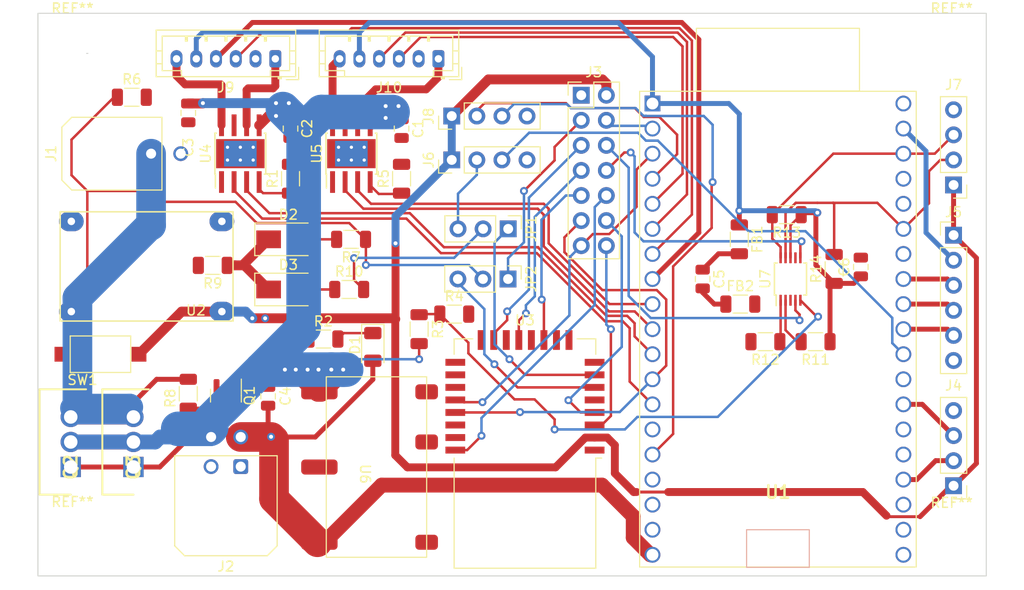
<source format=kicad_pcb>
(kicad_pcb (version 20211014) (generator pcbnew)
  (layers (0 "F.Cu" signal) (31 "B.Cu" signal) (34 "B.Paste" user) (35 "F.Paste" user) (36 "B.SilkS" user "B.Silkscreen") (37 "F.SilkS" user "F.Silkscreen") (38 "B.Mask" user) (39 "F.Mask" user) (44 "Edge.Cuts" user))
  (net 0 "")
  (net 1 "VBATT_GATED")
  (net 2 "GND")
  (net 3 "5V_GATED")
  (net 4 "Net-(C5-Pad1)")
  (net 5 "Net-(C5-Pad2)")
  (net 6 "3V3_ESP32")
  (net 7 "Net-(D1-Pad1)")
  (net 8 "Net-(D2-Pad1)")
  (net 9 "Net-(D2-Pad2)")
  (net 10 "Net-(D3-Pad2)")
  (net 11 "+BATT")
  (net 12 "/ESPEN")
  (net 13 "/E18P10")
  (net 14 "/E18P12")
  (net 15 "/E18P14")
  (net 16 "/E18RX")
  (net 17 "/E18TX")
  (net 18 "+3V3")
  (net 19 "/E18DC")
  (net 20 "/E18DD")
  (net 21 "/E18RST")
  (net 22 "/ADS2")
  (net 23 "/ADS0")
  (net 24 "/EXT1")
  (net 25 "/ESPIO4")
  (net 26 "/ESPIO15")
  (net 27 "/MOSI")
  (net 28 "/MISO")
  (net 29 "/SPICLK")
  (net 30 "/SPICS")
  (net 31 "/ESPIO13")
  (net 32 "/SCL")
  (net 33 "/SDA")
  (net 34 "/M1+")
  (net 35 "/M1enc1")
  (net 36 "/M1enc2")
  (net 37 "/M1-")
  (net 38 "/M2+")
  (net 39 "/M2enc1")
  (net 40 "/M2enc2")
  (net 41 "/M2-")
  (net 42 "/VBATT_maintain")
  (net 43 "/E18P16")
  (net 44 "/VBATT_trigger")
  (net 45 "/E18P17")
  (net 46 "Net-(Q1-Pad3)")
  (net 47 "Net-(R1-Pad1)")
  (net 48 "Net-(R5-Pad1)")
  (net 49 "Net-(R11-Pad2)")
  (net 50 "Net-(R12-Pad1)")
  (net 51 "/M2PWM1")
  (net 52 "/M2PWM2")
  (net 61 "/M1PWM1")
  (net 62 "/M1PWM2")
  (net 63 "/RXD0")
  (net 64 "/TXD0")
  (net 71 "/E18P15")
  (net 76 "/power_cutoff/5V_EN")
  (net 78 "/ESPIO39")
  (net 79 "/ADC/ADS_IN1")
  (net 82 "/ADC/ADS_IN3")
  (net 83 "/ESPIO16")
  (net 84 "/ESPIO17")
  (footprint "Resistor_SMD:R_1206_3216Metric" (layer "F.Cu") (at 238.1 57.4 90)
    (fp_text reference "R14")
    (fp_text value "10k")
  )
  (footprint "Resistor_SMD:R_1206_3216Metric" (layer "F.Cu") (at 233.3 51.9 180)
    (fp_text reference "R13")
    (fp_text value "10k")
  )
  (footprint "NDP6020P:TO254P470X1016X2019-3P" (layer "F.Cu") (at 167.17 77.465 90)
    (fp_text reference "Q3")
    (fp_text value "NDP6020P" hide)
  )
  (footprint "Resistor_SMD:R_1206_3216Metric" (layer "F.Cu") (at 183.07 48.26 90)
    (fp_text reference "R1")
    (fp_text value "18k")
  )
  (footprint "Connector_Molex:Molex_Micro-Fit_3.0_43045-0200_2x01_P3.00mm_Horizontal" (layer "F.Cu") (at 168.955 45.72 90)
    (fp_text reference "J1")
    (fp_text value "Conn_02x01")
  )
  (footprint "MountingHole:MountingHole_3mm" (layer "F.Cu") (at 250 85.09)
    (fp_text reference "REF**")
    (fp_text value "MountingHole_3mm")
  )
  (footprint "Resistor_SMD:R_1206_3216Metric" (layer "F.Cu") (at 228.6 60.96)
    (fp_text reference "FB2")
    (fp_text value "FerriteBead_Small")
  )
  (footprint "Resistor_SMD:R_1206_3216Metric" (layer "F.Cu") (at 189.2 54.4 180)
    (fp_text reference "R7")
    (fp_text value "220")
  )
  (footprint "Connector_Molex:Molex_Micro-Fit_3.0_43045-0400_2x02_P3.00mm_Horizontal" (layer "F.Cu") (at 178.03 77.425 180)
    (fp_text reference "J2")
    (fp_text value "Conn_02x02_Counter_Clockwise" hide)
  )
  (footprint "Connector_PinHeader_2.54mm:PinHeader_1x04_P2.54mm_Vertical" (layer "F.Cu") (at 250.19 48.895 180)
    (fp_text reference "J7")
    (fp_text value "Conn_01x04")
  )
  (footprint "Capacitor_SMD:C_0805_2012Metric" (layer "F.Cu") (at 180.8 70.3 90)
    (fp_text reference "C4")
    (fp_text value "10uF")
  )
  (footprint "Package_SO:TSSOP-10_3x3mm_P0.5mm" (layer "F.Cu") (at 233.68 58.42 90)
    (fp_text reference "U7")
    (fp_text value "ADS1115IDGS")
  )
  (footprint "Connector_PinHeader_2.54mm:PinHeader_1x04_P2.54mm_Vertical" (layer "F.Cu") (at 199.39 46.355 90)
    (fp_text reference "J6")
    (fp_text value "Conn_01x04")
  )
  (footprint "Connector_PinHeader_2.54mm:PinHeader_2x07_P2.54mm_Vertical" (layer "F.Cu") (at 212.5 39.8)
    (fp_text reference "J3")
    (fp_text value "Conn_02x07_Odd_Even")
  )
  (footprint "Resistor_SMD:R_1206_3216Metric" (layer "F.Cu") (at 228.5 54.4 -90)
    (fp_text reference "FB1")
    (fp_text value "FerriteBead_Small")
  )
  (footprint "Capacitor_SMD:C_0805_2012Metric" (layer "F.Cu") (at 183.07 43.18 -90)
    (fp_text reference "C2")
    (fp_text value "0.1uF")
  )
  (footprint "Resistor_SMD:R_1206_3216Metric" (layer "F.Cu") (at 199.644 61.976)
    (fp_text reference "R4")
    (fp_text value "5.1k")
  )
  (footprint "Connector_PinHeader_2.54mm:PinHeader_1x04_P2.54mm_Vertical" (layer "F.Cu") (at 199.39 41.91 90)
    (fp_text reference "J8")
    (fp_text value "Conn_01x04")
  )
  (footprint "Resistor_SMD:R_1206_3216Metric" (layer "F.Cu") (at 236.22 64.77 180)
    (fp_text reference "R11")
    (fp_text value "10k")
  )
  (footprint "MountingHole:MountingHole_3mm" (layer "F.Cu") (at 161 35)
    (fp_text reference "REF**")
    (fp_text value "MountingHole_3mm")
  )
  (footprint "Mini-360:Mini360" (layer "F.Cu") (at 168.5 57.15)
    (fp_text reference "U2")
    (fp_text value "Mini360")
  )
  (footprint "Diode_SMD:D_SMA" (layer "F.Cu") (at 182.85 59.48)
    (fp_text reference "D3")
    (fp_text value "1N5819")
  )
  (footprint "Resistor_SMD:R_1206_3216Metric" (layer "F.Cu") (at 175.2 57.0375 180)
    (fp_text reference "R9")
    (fp_text value "100k")
  )
  (footprint "Resistor_SMD:R_1206_3216Metric" (layer "F.Cu") (at 172.72 70.0425 -90)
    (fp_text reference "R8")
    (fp_text value "100k")
  )
  (footprint "Resistor_SMD:R_1206_3216Metric" (layer "F.Cu") (at 167.005 40.005)
    (fp_text reference "R6")
    (fp_text value "220k")
  )
  (footprint "Diode_SMD:D_SMA" (layer "F.Cu") (at 182.85 54.4)
    (fp_text reference "D2")
    (fp_text value "1N5819")
  )
  (footprint "Capacitor_SMD:C_0805_2012Metric" (layer "F.Cu") (at 240.8 57.2 90)
    (fp_text reference "C6")
    (fp_text value "1uF")
  )
  (footprint "Resistor_SMD:R_1206_3216Metric" (layer "F.Cu") (at 231.14 64.77 180)
    (fp_text reference "R12")
    (fp_text value "10k")
  )
  (footprint "Resistor_SMD:R_1206_3216Metric" (layer "F.Cu") (at 194.31 48.26 90)
    (fp_text reference "R5")
    (fp_text value "18k")
  )
  (footprint "MountingHole:MountingHole_3mm" (layer "F.Cu") (at 161 85)
    (fp_text reference "REF**")
    (fp_text value "MountingHole_3mm")
  )
  (footprint "Connector_PinHeader_2.54mm:PinHeader_1x04_P2.54mm_Vertical" (layer "F.Cu") (at 250.19 79.365 180)
    (fp_text reference "J4")
    (fp_text value "Conn_01x04")
  )
  (footprint "Connector_JST:JST_PH_B6B-PH-K_1x06_P2.00mm_Vertical" (layer "F.Cu") (at 198.04 36.11 180)
    (fp_text reference "J10")
    (fp_text value "Conn_01x06")
  )
  (footprint "Connector_JST:JST_PH_B6B-PH-K_1x06_P2.00mm_Vertical" (layer "F.Cu") (at 181.53 36.11 180)
    (fp_text reference "J9")
    (fp_text value "Conn_01x06")
  )
  (footprint "Components:2N3904_SOT-23" (layer "F.Cu") (at 176.53 70.235 -90)
    (fp_text reference "Q1")
    (fp_text value "2N3904" hide)
  )
  (footprint "Resistor_SMD:R_1206_3216Metric" (layer "F.Cu") (at 196.088 63.5 90)
    (fp_text reference "R3")
    (fp_text value "18k")
  )
  (footprint "LED_SMD:LED_1206_3216Metric" (layer "F.Cu") (at 191.4 65.3 -90)
    (fp_text reference "D1")
    (fp_text value "LED")
  )
  (footprint "Connector_PinHeader_2.54mm:PinHeader_1x03_P2.54mm_Vertical" (layer "F.Cu") (at 205.09 58.42 -90)
    (fp_text reference "JP2")
    (fp_text value "Jumper_3_Open")
  )
  (footprint "PCB Modules:CKCS-BK03" (layer "F.Cu") (at 191.77 77.47 -90)
    (fp_text reference "U6")
    (fp_text value "CKCS_BK03")
  )
  (footprint "NDP6020P:TO254P470X1016X2019-3P" (layer "F.Cu") (at 160.82 77.465 90)
    (fp_text reference "Q2")
    (fp_text value "NDP6020P" hide)
  )
  (footprint "Capacitor_SMD:C_0805_2012Metric" (layer "F.Cu") (at 194.31 43.18 -90)
    (fp_text reference "C1")
    (fp_text value "0.1uF")
  )
  (footprint "Package_SO:Texas_HTSOP-8-1EP_3.9x4.9mm_P1.27mm_EP2.95x4.9mm_Mask2.4x3.1mm_ThermalVias" (layer "F.Cu") (at 189.23 45.72 90)
    (fp_text reference "U5")
    (fp_text value "DRV8871DDA")
  )
  (footprint "Button_Switch_SMD:SW_SPST_CK_RS282G05A3" (layer "F.Cu") (at 163.83 66.04 180)
    (fp_text reference "SW1")
    (fp_text value "SW_Push")
  )
  (footprint "RF_Module:E18-MS1-PCB" (layer "F.Cu") (at 206.8 76.1 180)
    (fp_text reference "U3")
    (fp_text value "E18-MS1-PCB")
  )
  (footprint "MountingHole:MountingHole_3mm" (layer "F.Cu") (at 250 35)
    (fp_text reference "REF**")
    (fp_text value "MountingHole_3mm")
  )
  (footprint "ESP32-DevKitC:DIP2600W100P254L5400H500Q38N" (layer "F.Cu") (at 232.41 63.5)
    (fp_text reference "U1")
    (fp_text value "ESP32-DevKitC" hide)
  )
  (footprint "Resistor_SMD:R_1206_3216Metric" (layer "F.Cu") (at 189.0075 59.48)
    (fp_text reference "R10")
    (fp_text value "220")
  )
  (footprint "Capacitor_SMD:C_0805_2012Metric" (layer "F.Cu") (at 224.79 58.42 -90)
    (fp_text reference "C5")
    (fp_text value "1uF")
  )
  (footprint "Capacitor_SMD:C_0805_2012Metric" (layer "F.Cu") (at 172.72 41.59 -90)
    (fp_text reference "C3")
    (fp_text value "10uF")
  )
  (footprint "Resistor_SMD:R_1206_3216Metric" (layer "F.Cu") (at 186.4 64.5 180)
    (fp_text reference "R2")
    (fp_text value "220")
  )
  (footprint "Package_SO:Texas_HTSOP-8-1EP_3.9x4.9mm_P1.27mm_EP2.95x4.9mm_Mask2.4x3.1mm_ThermalVias" (layer "F.Cu") (at 177.99 45.72 90)
    (fp_text reference "U4")
    (fp_text value "DRV8871DDA")
  )
  (footprint "Connector_PinHeader_2.54mm:PinHeader_1x03_P2.54mm_Vertical" (layer "F.Cu") (at 205.105 53.34 -90)
    (fp_text reference "JP1")
    (fp_text value "Jumper_3_Open")
  )
  (footprint "Connector_PinHeader_2.54mm:PinHeader_1x06_P2.54mm_Vertical" (layer "F.Cu") (at 250.19 53.975)
    (fp_text reference "J5")
    (fp_text value "Conn_01x06")
  )
  (gr_rect (start 157.5 88.5) (end 253.5 31.5) (layer "Edge.Cuts") (width 0.1) (fill none))
  (gr_rect (start 162.56 35.56) (end 160.02 35.56) (layer "Edge.Cuts") (width 0.1) (fill none))
  (segment (start 196.088 64.9625) (end 196.088 66.548) (width 0.25) (layer "F.Cu") (net 1))
  (segment (start 192.98 40.9) (end 194.31 42.23) (width 1) (layer "F.Cu") (net 1))
  (segment (start 182.74 41.9) (end 183.07 42.23) (width 0.5) (layer "F.Cu") (net 1))
  (segment (start 194 40.9) (end 194 41.92) (width 1) (layer "F.Cu") (net 1))
  (segment (start 191.16452 42.81548) (end 191.16452 42.845) (width 1) (layer "F.Cu") (net 1))
  (segment (start 185.9915 69.85) (end 186.15 69.85) (width 2) (layer "F.Cu") (net 1))
  (segment (start 182.9 40.6) (end 182.9 42.06) (width 1) (layer "F.Cu") (net 1))
  (segment (start 192.7 42.1) (end 194.18 42.1) (width 1) (layer "F.Cu") (net 1))
  (segment (start 185.85 69.85) (end 183.6 67.6) (width 2) (layer "F.Cu") (net 1))
  (segment (start 194.18 42.1) (end 194.31 42.23) (width 1) (layer "F.Cu") (net 1))
  (segment (start 192.7 40.9) (end 192.98 40.9) (width 1) (layer "F.Cu") (net 1))
  (segment (start 182.5 67.6) (end 188.4 67.6) (width 2) (layer "F.Cu") (net 1))
  (segment (start 174.16 40.64) (end 174.2 40.6) (width 1) (layer "F.Cu") (net 1))
  (segment (start 192.7 40.9) (end 194 40.9) (width 1) (layer "F.Cu") (net 1))
  (segment (start 186.15 69.85) (end 188.4 67.6) (width 2) (layer "F.Cu") (net 1))
  (segment (start 181.6 40.6) (end 181.6 41.9) (width 1) (layer "F.Cu") (net 1))
  (segment (start 181.6 41.9) (end 182.74 41.9) (width 1) (layer "F.Cu") (net 1))
  (segment (start 172.72 40.64) (end 174.16 40.64) (width 1) (layer "F.Cu") (net 1))
  (segment (start 160.82 74.93) (end 160.655 74.93) (width 0.8) (layer "F.Cu") (net 1))
  (segment (start 185.9915 69.85) (end 185.85 69.85) (width 2) (layer "F.Cu") (net 1))
  (segment (start 180.84 41.9) (end 181.6 41.9) (width 1) (layer "F.Cu") (net 1))
  (segment (start 192.7 42.1) (end 191.88 42.1) (width 1) (layer "F.Cu") (net 1))
  (segment (start 194 41.92) (end 194.31 42.23) (width 1) (layer "F.Cu") (net 1))
  (segment (start 179.895 42.845) (end 180.84 41.9) (width 1) (layer "F.Cu") (net 1))
  (segment (start 191.88 42.1) (end 191.16452 42.81548) (width 1) (layer "F.Cu") (net 1))
  (segment (start 182.2 41.3) (end 181.6 40.7) (width 1) (layer "F.Cu") (net 1))
  (segment (start 192.7 42.1) (end 192.7 40.9) (width 1) (layer "F.Cu") (net 1))
  (segment (start 160.82 74.93) (end 167.17 74.93) (width 1.5) (layer "F.Cu") (net 1))
  (segment (start 181.6 40.7) (end 181.6 40.6) (width 1) (layer "F.Cu") (net 1))
  (segment (start 181.6 40.6) (end 182.9 40.6) (width 1) (layer "F.Cu") (net 1))
  (segment (start 182.9 42.06) (end 183.07 42.23) (width 0.5) (layer "F.Cu") (net 1))
  (via (at 194 40.9) (size 0.8) (drill 0.4) (layers "F.Cu" "B.Cu") (net 1))
  (via (at 183.6 67.6) (size 0.8) (drill 0.4) (layers "F.Cu" "B.Cu") (net 1))
  (via (at 182.5 67.6) (size 0.8) (drill 0.4) (layers "F.Cu" "B.Cu") (net 1))
  (via (at 187.2 67.6) (size 0.8) (drill 0.4) (layers "F.Cu" "B.Cu") (net 1))
  (via (at 185.9 67.6) (size 0.8) (drill 0.4) (layers "F.Cu" "B.Cu") (net 1))
  (via (at 182.9 40.6) (size 0.8) (drill 0.4) (layers "F.Cu" "B.Cu") (net 1))
  (via (at 181.6 40.6) (size 0.8) (drill 0.4) (layers "F.Cu" "B.Cu") (net 1))
  (via (at 192.7 42.1) (size 0.8) (drill 0.4) (layers "F.Cu" "B.Cu") (net 1))
  (via (at 181.6 41.9) (size 0.8) (drill 0.4) (layers "F.Cu" "B.Cu") (net 1))
  (via (at 196.088 66.548) (size 0.8) (drill 0.4) (layers "F.Cu" "B.Cu") (net 1))
  (via (at 174.2 40.6) (size 0.8) (drill 0.4) (layers "F.Cu" "B.Cu") (net 1))
  (via (at 184.8 67.6) (size 0.8) (drill 0.4) (layers "F.Cu" "B.Cu") (net 1))
  (via (at 192.7 40.9) (size 0.8) (drill 0.4) (layers "F.Cu" "B.Cu") (net 1))
  (via (at 188.4 67.6) (size 0.8) (drill 0.4) (layers "F.Cu" "B.Cu") (net 1))
  (segment (start 188.4 67.6) (end 188.7 67.6) (width 3.5) (layer "B.Cu") (net 1))
  (segment (start 184.4 43.3) (end 186.2 41.5) (width 3.5) (layer "B.Cu") (net 1))
  (segment (start 160.82 74.93) (end 167.17 74.93) (width 1.5) (layer "B.Cu") (net 1))
  (segment (start 182.3 41.2) (end 184.4 43.3) (width 3.5) (layer "B.Cu") (net 1))
  (segment (start 196.088 66.548) (end 189.752 66.548) (width 0.25) (layer "B.Cu") (net 1))
  (segment (start 189.752 66.548) (end 188.7 67.6) (width 0.25) (layer "B.Cu") (net 1))
  (segment (start 179.8 67.9) (end 180.1 67.6) (width 1.5) (layer "B.Cu") (net 1))
  (segment (start 175.03 73.47) (end 174.9 73.6) (width 3.5) (layer "B.Cu") (net 1))
  (segment (start 186.2 41.5) (end 193.4 41.5) (width 3.5) (layer "B.Cu") (net 1))
  (segment (start 175.03 72.67) (end 175.03 73.47) (width 3.5) (layer "B.Cu") (net 1))
  (segment (start 167.17 74.93) (end 169.37 74.93) (width 1.5) (layer "B.Cu") (net 1))
  (segment (start 169.875 74.425) (end 175.03 74.425) (width 1.5) (layer "B.Cu") (net 1))
  (segment (start 174.9 73.6) (end 171.7 73.6) (width 3.5) (layer "B.Cu") (net 1))
  (segment (start 187.2 67.6) (end 188.4 67.6) (width 3.5) (layer "B.Cu") (net 1))
  (segment (start 169.37 74.93) (end 169.875 74.425) (width 1.5) (layer "B.Cu") (net 1))
  (segment (start 179.8 67.9) (end 175.03 72.67) (width 3.5) (layer "B.Cu") (net 1))
  (segment (start 180.1 67.6) (end 184.4 63.3) (width 3.5) (layer "B.Cu") (net 1))
  (segment (start 184.4 63.3) (end 184.4 43.3) (width 3.5) (layer "B.Cu") (net 1))
  (segment (start 174.2 40.6) (end 181.6 40.6) (width 1) (layer "B.Cu") (net 1))
  (segment (start 180.1 67.6) (end 187.2 67.6) (width 3.5) (layer "B.Cu") (net 1))
  (segment (start 214.6 79.3) (end 217.760489 82.460489) (width 1.5) (layer "F.Cu") (net 3))
  (segment (start 191.4 68.6) (end 191.4 66.7) (width 0.5) (layer "F.Cu") (net 3))
  (segment (start 185.575 74.425) (end 191.4 68.6) (width 0.5) (layer "F.Cu") (net 3))
  (segment (start 181.4 80.7) (end 185.79 85.09) (width 3) (layer "F.Cu") (net 3))
  (segment (start 180.8 74.1) (end 181.125 74.425) (width 0.5) (layer "F.Cu") (net 3))
  (segment (start 180.8 71.25) (end 180.8 74.1) (width 0.5) (layer "F.Cu") (net 3))
  (segment (start 219.492974 86.36) (end 219.71 86.36) (width 1.5) (layer "F.Cu") (net 3))
  (segment (start 217.760489 82.460489) (end 217.760489 84.627515) (width 1.5) (layer "F.Cu") (net 3))
  (segment (start 192.3 79.3) (end 214.6 79.3) (width 1.5) (layer "F.Cu") (net 3))
  (segment (start 181.125 74.425) (end 181.4 74.7) (width 1.5) (layer "F.Cu") (net 3))
  (segment (start 217.760489 84.627515) (end 219.492974 86.36) (width 1.5) (layer "F.Cu") (net 3))
  (segment (start 181.4 74.7) (end 181.4 80.7) (width 3) (layer "F.Cu") (net 3))
  (segment (start 186.51 85.09) (end 192.3 79.3) (width 1.5) (layer "F.Cu") (net 3))
  (segment (start 181.125 74.425) (end 185.575 74.425) (width 0.5) (layer "F.Cu") (net 3))
  (segment (start 185.79 85.09) (end 186.51 85.09) (width 1.5) (layer "F.Cu") (net 3))
  (segment (start 185.79 85.09) (end 185.9915 85.09) (width 1.5) (layer "F.Cu") (net 3))
  (segment (start 178.03 74.425) (end 181.125 74.425) (width 3) (layer "F.Cu") (net 3))
  (via (at 181.1 74.4) (size 0.8) (drill 0.4) (layers "F.Cu" "B.Cu") (net 3))
  (segment (start 228.5 55.8625) (end 226.3975 55.8625) (width 0.5) (layer "F.Cu") (net 4))
  (segment (start 226.3975 55.8625) (end 224.79 57.47) (width 0.5) (layer "F.Cu") (net 4))
  (segment (start 224.79 59.37) (end 224.79 59.79) (width 0.5) (layer "F.Cu") (net 5))
  (segment (start 224.79 59.79) (end 225.96 60.96) (width 0.5) (layer "F.Cu") (net 5))
  (segment (start 225.96 60.96) (end 227.1375 60.96) (width 0.5) (layer "F.Cu") (net 5))
  (segment (start 238.1 58.8625) (end 240.0875 58.8625) (width 0.5) (layer "F.Cu") (net 6))
  (segment (start 236.249511 51.850489) (end 236.249511 57.012011) (width 0.5) (layer "F.Cu") (net 6))
  (segment (start 236.4 51.7) (end 236.249511 51.850489) (width 0.5) (layer "F.Cu") (net 6))
  (segment (start 233.68 52.9825) (end 234.7625 51.9) (width 0.25) (layer "F.Cu") (net 6))
  (segment (start 237.6825 64.77) (end 237.6825 59.28) (width 0.5) (layer "F.Cu") (net 6))
  (segment (start 236.249511 57.012011) (end 238.1 58.8625) (width 0.5) (layer "F.Cu") (net 6))
  (segment (start 228.5 51.5) (end 228.5 52.9375) (width 0.5) (layer "F.Cu") (net 6))
  (segment (start 237.6825 59.28) (end 238.1 58.8625) (width 0.5) (layer "F.Cu") (net 6))
  (segment (start 240.0875 58.8625) (end 240.8 58.15) (width 0.5) (layer "F.Cu") (net 6))
  (segment (start 236.4 51.7) (end 234.9625 51.7) (width 0.5) (layer "F.Cu") (net 6))
  (segment (start 233.68 56.27) (end 233.68 52.9825) (width 0.25) (layer "F.Cu") (net 6))
  (segment (start 234.9625 51.7) (end 234.7625 51.9) (width 0.5) (layer "F.Cu") (net 6))
  (via (at 228.5 51.5) (size 0.8) (drill 0.4) (layers "F.Cu" "B.Cu") (net 6))
  (via (at 236.4 51.7) (size 0.8) (drill 0.4) (layers "F.Cu" "B.Cu") (net 6))
  (segment (start 236.2 51.5) (end 228.5 51.5) (width 0.5) (layer "B.Cu") (net 6))
  (segment (start 173.53 36.11) (end 173.53 34.07) (width 0.5) (layer "B.Cu") (net 6))
  (segment (start 190.04 33.44) (end 190.04 36.11) (width 0.5) (layer "B.Cu") (net 6))
  (segment (start 190.04 33.44) (end 191.029519 32.450481) (width 0.5) (layer "B.Cu") (net 6))
  (segment (start 227.44 40.64) (end 228.5 41.7) (width 0.5) (layer "B.Cu") (net 6))
  (segment (start 236.4 51.7) (end 236.2 51.5) (width 0.5) (layer "B.Cu") (net 6))
  (segment (start 219.71 40.64) (end 227.44 40.64) (width 0.5) (layer "B.Cu") (net 6))
  (segment (start 219.71 35.908598) (end 219.71 40.64) (width 0.5) (layer "B.Cu") (net 6))
  (segment (start 191.029519 32.450481) (end 216.251883 32.450481) (width 0.5) (layer "B.Cu") (net 6))
  (segment (start 228.5 41.7) (end 228.5 51.5) (width 0.5) (layer "B.Cu") (net 6))
  (segment (start 216.251883 32.450481) (end 219.71 35.908598) (width 0.5) (layer "B.Cu") (net 6))
  (segment (start 173.53 34.07) (end 174.2 33.4) (width 0.5) (layer "B.Cu") (net 6))
  (segment (start 190 33.4) (end 190.04 33.44) (width 0.5) (layer "B.Cu") (net 6))
  (segment (start 174.2 33.4) (end 190 33.4) (width 0.5) (layer "B.Cu") (net 6))
  (segment (start 191.4 63.9) (end 188.4625 63.9) (width 0.25) (layer "F.Cu") (net 7))
  (segment (start 188.4625 63.9) (end 187.8625 64.5) (width 0.25) (layer "F.Cu") (net 7))
  (segment (start 177.4375 57.0375) (end 178.2125 57.0375) (width 1) (layer "F.Cu") (net 8))
  (segment (start 178.2125 57.0375) (end 180.85 54.4) (width 1) (layer "F.Cu") (net 8))
  (segment (start 177.5 57.1) (end 177.4375 57.0375) (width 0.5) (layer "F.Cu") (net 8))
  (segment (start 178.2125 57.0375) (end 178.4075 57.0375) (width 1) (layer "F.Cu") (net 8))
  (segment (start 178.4075 57.0375) (end 180.85 59.48) (width 1) (layer "F.Cu") (net 8))
  (segment (start 177.48 69.2975) (end 177.5 69.2775) (width 0.5) (layer "F.Cu") (net 8))
  (segment (start 176.6625 57.0375) (end 177.4375 57.0375) (width 1) (layer "F.Cu") (net 8))
  (segment (start 187.7375 54.4) (end 184.85 54.4) (width 0.25) (layer "F.Cu") (net 9))
  (segment (start 184.85 54.4) (end 184.85 54.45) (width 1.5) (layer "F.Cu") (net 9))
  (segment (start 184.85 54.45) (end 184.8 54.5) (width 1.5) (layer "F.Cu") (net 9))
  (segment (start 187.545 59.48) (end 184.85 59.48) (width 0.25) (layer "F.Cu") (net 10))
  (segment (start 169.52 68.58) (end 172.72 68.58) (width 0.5) (layer "F.Cu") (net 11))
  (segment (start 160.825 72.4) (end 167.175 72.4) (width 1.5) (layer "F.Cu") (net 11))
  (segment (start 167.17 72.395) (end 167.17 70.93) (width 0.5) (layer "F.Cu") (net 11))
  (segment (start 167.17 70.93) (end 169.52 68.58) (width 0.5) (layer "F.Cu") (net 11))
  (segment (start 161 71.5) (end 161.205 71.295) (width 2.5) (layer "B.Cu") (net 11))
  (segment (start 168.955 45.72) (end 168.955 53) (width 3) (layer "B.Cu") (net 11))
  (segment (start 161.205 71.295) (end 166.795 71.295) (width 2.5) (layer "B.Cu") (net 11))
  (segment (start 160.82 72.395) (end 167.17 72.395) (width 1.5) (layer "B.Cu") (net 11))
  (segment (start 168.955 53) (end 168.825 53) (width 3) (layer "B.Cu") (net 11))
  (segment (start 166.795 71.295) (end 166.9 71.4) (width 2.5) (layer "B.Cu") (net 11))
  (segment (start 168.825 53) (end 161.5 60.325) (width 3) (layer "B.Cu") (net 11))
  (segment (start 161.5 60.325) (end 161.5 71) (width 3) (layer "B.Cu") (net 11))
  (segment (start 219.71 43.29) (end 219.7 43.3) (width 0.5) (layer "F.Cu") (net 12))
  (segment (start 219.71 43.18) (end 219.71 43.29) (width 0.5) (layer "F.Cu") (net 12))
  (segment (start 215.6 42.9) (end 219.43 42.9) (width 0.25) (layer "B.Cu") (net 12))
  (segment (start 215.04 42.34) (end 215.6 42.9) (width 0.25) (layer "B.Cu") (net 12))
  (segment (start 219.43 42.9) (end 219.71 43.18) (width 0.25) (layer "B.Cu") (net 12))
  (segment (start 205 61.7) (end 205 62.59) (width 0.25) (layer "F.Cu") (net 13))
  (segment (start 203.64 63.95) (end 203.64 64.6) (width 0.25) (layer "F.Cu") (net 13))
  (segment (start 205 62.59) (end 203.64 63.95) (width 0.25) (layer "F.Cu") (net 13))
  (via (at 205 61.7) (size 0.8) (drill 0.4) (layers "F.Cu" "B.Cu") (net 13))
  (segment (start 207.2 50.18) (end 212.5 44.88) (width 0.25) (layer "B.Cu") (net 13))
  (segment (start 207.2 59.5) (end 207.2 50.18) (width 0.25) (layer "B.Cu") (net 13))
  (segment (start 205 61.7) (end 207.2 59.5) (width 0.25) (layer "B.Cu") (net 13))
  (segment (start 206.18 62.62) (end 206.9 61.9) (width 0.25) (layer "F.Cu") (net 14))
  (segment (start 206.18 64.6) (end 206.18 62.62) (width 0.25) (layer "F.Cu") (net 14))
  (via (at 206.9 61.9) (size 0.8) (drill 0.4) (layers "F.Cu" "B.Cu") (net 14))
  (segment (start 206.9 61.9) (end 206.9 61.075386) (width 0.25) (layer "B.Cu") (net 14))
  (segment (start 207.8 52.12) (end 212.5 47.42) (width 0.25) (layer "B.Cu") (net 14))
  (segment (start 206.9 61.075386) (end 207.8 60.175386) (width 0.25) (layer "B.Cu") (net 14))
  (segment (start 207.8 60.175386) (end 207.8 52.12) (width 0.25) (layer "B.Cu") (net 14))
  (segment (start 208.72 64.6) (end 208.72 60.72) (width 0.25) (layer "F.Cu") (net 15))
  (segment (start 208.72 60.72) (end 208.5 60.5) (width 0.25) (layer "F.Cu") (net 15))
  (via (at 208.5 60.5) (size 0.8) (drill 0.4) (layers "F.Cu" "B.Cu") (net 15))
  (segment (start 208.475489 60.475489) (end 208.475489 52.424511) (width 0.25) (layer "B.Cu") (net 15))
  (segment (start 210.94 49.96) (end 212.5 49.96) (width 0.25) (layer "B.Cu") (net 15))
  (segment (start 208.475489 52.424511) (end 210.94 49.96) (width 0.25) (layer "B.Cu") (net 15))
  (segment (start 208.5 60.5) (end 208.475489 60.475489) (width 0.25) (layer "B.Cu") (net 15))
  (segment (start 219.71 68.58) (end 221.1 67.19) (width 0.25) (layer "F.Cu") (net 16))
  (segment (start 221.1 67.19) (end 221.1 60.5) (width 0.25) (layer "F.Cu") (net 16))
  (segment (start 210.8 54.2) (end 212.5 52.5) (width 0.25) (layer "F.Cu") (net 16))
  (segment (start 221.1 60.5) (end 220.144511 59.544511) (width 0.25) (layer "F.Cu") (net 16))
  (segment (start 199.75 71.94) (end 206.26 71.94) (width 0.25) (layer "F.Cu") (net 16))
  (segment (start 210.8 55.7) (end 210.8 54.2) (width 0.25) (layer "F.Cu") (net 16))
  (segment (start 214.644511 59.544511) (end 210.8 55.7) (width 0.25) (layer "F.Cu") (net 16))
  (segment (start 220.144511 59.544511) (end 214.644511 59.544511) (width 0.25) (layer "F.Cu") (net 16))
  (segment (start 206.26 71.94) (end 206.3 71.9) (width 0.25) (layer "F.Cu") (net 16))
  (via (at 206.3 71.9) (size 0.8) (drill 0.4) (layers "F.Cu" "B.Cu") (net 16))
  (segment (start 216.39 71.9) (end 219.71 68.58) (width 0.25) (layer "B.Cu") (net 16))
  (segment (start 206.3 71.9) (end 216.39 71.9) (width 0.25) (layer "B.Cu") (net 16))
  (segment (start 213.674511 53.865489) (end 212.5 55.04) (width 0.25) (layer "F.Cu") (net 17))
  (segment (start 218.1 51.10101) (end 215.335521 53.865489) (width 0.25) (layer "F.Cu") (net 17))
  (segment (start 200.63 70.9) (end 200.4 70.67) (width 0.25) (layer "F.Cu") (net 17))
  (segment (start 202.5 70.9) (end 200.63 70.9) (width 0.25) (layer "F.Cu") (net 17))
  (segment (start 199.82 70.6) (end 199.75 70.67) (width 0.25) (layer "F.Cu") (net 17))
  (segment (start 215.335521 53.865489) (end 213.674511 53.865489) (width 0.25) (layer "F.Cu") (net 17))
  (segment (start 200.4 70.67) (end 199.75 70.67) (width 0.25) (layer "F.Cu") (net 17))
  (segment (start 218.1 47.33) (end 218.1 51.10101) (width 0.25) (layer "F.Cu") (net 17))
  (segment (start 219.71 45.72) (end 218.1 47.33) (width 0.25) (layer "F.Cu") (net 17))
  (via (at 202.5 70.9) (size 0.8) (drill 0.4) (layers "F.Cu" "B.Cu") (net 17))
  (segment (start 211.3 56.24) (end 212.5 55.04) (width 0.25) (layer "B.Cu") (net 17))
  (segment (start 202.5 70.9) (end 211.3 62.1) (width 0.25) (layer "B.Cu") (net 17))
  (segment (start 211.3 62.1) (end 211.3 56.24) (width 0.25) (layer "B.Cu") (net 17))
  (segment (start 246.8 82.5) (end 243.5 82.5) (width 0.3) (layer "F.Cu") (net 18))
  (segment (start 212.92 74.48) (end 209.9 77.5) (width 0.8) (layer "F.Cu") (net 18))
  (segment (start 250.235 79.365) (end 252.5 77.1) (width 0.5) (layer "F.Cu") (net 18))
  (segment (start 250.19 53.975) (end 250.19 48.895) (width 0.5) (layer "F.Cu") (net 18))
  (segment (start 217.8 80) (end 218.1 80) (width 0.8) (layer "F.Cu") (net 18))
  (segment (start 215.9 75.250978) (end 215.9 78.1) (width 0.8) (layer "F.Cu") (net 18))
  (segment (start 252.5 77.1) (end 252.5 56.285) (width 0.5) (layer "F.Cu") (net 18))
  (segment (start 243.4 82.4) (end 241 80) (width 0.8) (layer "F.Cu") (net 18))
  (segment (start 214.642081 38.2) (end 203.1 38.2) (width 1) (layer "F.Cu") (net 18))
  (segment (start 249.655 79.9) (end 250.19 79.365) (width 0.25) (layer "F.Cu") (net 18))
  (segment (start 241 80) (end 221.3 80) (width 0.8) (layer "F.Cu") (net 18))
  (segment (start 179.2 62.4) (end 180.5 62.4) (width 1) (layer "F.Cu") (net 18))
  (segment (start 193.6725 76.2725) (end 193.6725 62.4725) (width 0.8) (layer "F.Cu") (net 18))
  (segment (start 194.9 77.5) (end 193.6725 76.2725) (width 0.8) (layer "F.Cu") (net 18))
  (segment (start 213.85 74.48) (end 215.129022 74.48) (width 0.8) (layer "F.Cu") (net 18))
  (segment (start 215.9 78.1) (end 217.8 80) (width 0.8) (layer "F.Cu") (net 18))
  (segment (start 193.7 54.8) (end 193.7 62.445) (width 0.8) (layer "F.Cu") (net 18))
  (segment (start 250.19 79.365) (end 250.235 79.365) (width 0.25) (layer "F.Cu") (net 18))
  (segment (start 252.5 56.285) (end 250.19 53.975) (width 0.5) (layer "F.Cu") (net 18))
  (segment (start 215.129022 74.48) (end 215.9 75.250978) (width 0.8) (layer "F.Cu") (net 18))
  (segment (start 249.935 79.365) (end 246.8 82.5) (width 0.5) (layer "F.Cu") (net 18))
  (segment (start 213.85 74.48) (end 212.92 74.48) (width 0.8) (layer "F.Cu") (net 18))
  (segment (start 250.19 79.365) (end 249.935 79.365) (width 0.5) (layer "F.Cu") (net 18))
  (segment (start 243.5 82.5) (end 243.4 82.4) (width 0.3) (layer "F.Cu") (net 18))
  (segment (start 180.5 62.4) (end 193.6 62.4) (width 1) (layer "F.Cu") (net 18))
  (segment (start 221.3 80) (end 218.1 80) (width 0.3) (layer "F.Cu") (net 18))
  (segment (start 215.04 39.8) (end 215.04 38.597919) (width 1) (layer "F.Cu") (net 18))
  (segment (start 175.345 61.72) (end 172.05 61.72) (width 1) (layer "F.Cu") (net 18))
  (segment (start 172.05 61.72) (end 167.73 66.04) (width 1) (layer "F.Cu") (net 18))
  (segment (start 193.6 62.4) (end 193.6725 62.4725) (width 1) (layer "F.Cu") (net 18))
  (segment (start 193.7 62.445) (end 193.6725 62.4725) (width 0.8) (layer "F.Cu") (net 18))
  (segment (start 209.9 77.5) (end 194.9 77.5) (width 0.8) (layer "F.Cu") (net 18))
  (segment (start 203.1 38.2) (end 199.39 41.91) (width 1) (layer "F.Cu") (net 18))
  (segment (start 215.04 38.597919) (end 214.642081 38.2) (width 1) (layer "F.Cu") (net 18))
  (via (at 193.7 54.8) (size 0.8) (drill 0.4) (layers "F.Cu" "B.Cu") (net 18))
  (via (at 180.5 62.4) (size 0.8) (drill 0.4) (layers "F.Cu" "B.Cu") (net 18))
  (via (at 179.2 62.4) (size 0.8) (drill 0.4) (layers "F.Cu" "B.Cu") (net 18))
  (segment (start 199.39 46.355) (end 199.39 41.91) (width 0.8) (layer "B.Cu") (net 18))
  (segment (start 175.345 61.72) (end 178.52 61.72) (width 1) (layer "B.Cu") (net 18))
  (segment (start 178.52 61.72) (end 179.2 62.4) (width 1) (layer "B.Cu") (net 18))
  (segment (start 193.7 52.045) (end 199.39 46.355) (width 0.8) (layer "B.Cu") (net 18))
  (segment (start 193.7 54.8) (end 193.7 52.045) (width 0.8) (layer "B.Cu") (net 18))
  (segment (start 215.5 63.5) (end 215.5 72.289022) (width 0.25) (layer "F.Cu") (net 19))
  (segment (start 214.579022 73.21) (end 213.85 73.21) (width 0.25) (layer "F.Cu") (net 19))
  (segment (start 215.5 72.289022) (end 214.579022 73.21) (width 0.25) (layer "F.Cu") (net 19))
  (via (at 215.5 63.5) (size 0.8) (drill 0.4) (layers "F.Cu" "B.Cu") (net 19))
  (segment (start 215.04 63.04) (end 215.04 55.04) (width 0.25) (layer "B.Cu") (net 19))
  (segment (start 215.5 63.5) (end 215.04 63.04) (width 0.25) (layer "B.Cu") (net 19))
  (segment (start 212.44 71.94) (end 213.85 71.94) (width 0.25) (layer "F.Cu") (net 20))
  (segment (start 211.2 70.7) (end 212.44 71.94) (width 0.25) (layer "F.Cu") (net 20))
  (via (at 211.2 70.7) (size 0.8) (drill 0.4) (layers "F.Cu" "B.Cu") (net 20))
  (segment (start 216.6 65.3) (end 216.6 54.1) (width 0.25) (layer "B.Cu") (net 20))
  (segment (start 216.214511 53.674511) (end 215.04 52.5) (width 0.25) (layer "B.Cu") (net 20))
  (segment (start 216.6 54.1) (end 216.214511 53.714511) (width 0.25) (layer "B.Cu") (net 20))
  (segment (start 211.2 70.7) (end 216.6 65.3) (width 0.25) (layer "B.Cu") (net 20))
  (segment (start 216.214511 53.714511) (end 216.214511 53.674511) (width 0.25) (layer "B.Cu") (net 20))
  (segment (start 202.4 74.3) (end 200.95 75.75) (width 0.25) (layer "F.Cu") (net 21))
  (segment (start 200.95 75.75) (end 199.75 75.75) (width 0.25) (layer "F.Cu") (net 21))
  (via (at 202.4 74.3) (size 0.8) (drill 0.4) (layers "F.Cu" "B.Cu") (net 21))
  (segment (start 204 70.9) (end 202.4 72.5) (width 0.25) (layer "B.Cu") (net 21))
  (segment (start 213.865489 51.134511) (end 213.865489 61.034511) (width 0.25) (layer "B.Cu") (net 21))
  (segment (start 202.4 72.5) (end 202.4 74.3) (width 0.25) (layer "B.Cu") (net 21))
  (segment (start 215.04 49.96) (end 213.865489 51.134511) (width 0.25) (layer "B.Cu") (net 21))
  (segment (start 213.865489 61.034511) (end 204 70.9) (width 0.25) (layer "B.Cu") (net 21))
  (segment (start 234.68 54.72) (end 234.68 56.27) (width 0.25) (layer "F.Cu") (net 22))
  (segment (start 216.86 45.6) (end 217.5 45.6) (width 0.25) (layer "F.Cu") (net 22))
  (segment (start 215.04 47.42) (end 216.86 45.6) (width 0.25) (layer "F.Cu") (net 22))
  (segment (start 234.8 54.6) (end 234.68 54.72) (width 0.25) (layer "F.Cu") (net 22))
  (via (at 217.5 45.6) (size 0.8) (drill 0.4) (layers "F.Cu" "B.Cu") (net 22))
  (via (at 234.8 54.6) (size 0.8) (drill 0.4) (layers "F.Cu" "B.Cu") (net 22))
  (segment (start 217.9 53.7) (end 217.9 46) (width 0.25) (layer "B.Cu") (net 22))
  (segment (start 218.8 54.6) (end 217.9 53.7) (width 0.25) (layer "B.Cu") (net 22))
  (segment (start 234.8 54.6) (end 218.8 54.6) (width 0.25) (layer "B.Cu") (net 22))
  (segment (start 217.9 46) (end 217.5 45.6) (width 0.25) (layer "B.Cu") (net 22))
  (segment (start 234.18 61.595386) (end 234.18 60.57) (width 0.25) (layer "F.Cu") (net 23))
  (segment (start 234.6 62.015386) (end 234.18 61.595386) (width 0.25) (layer "F.Cu") (net 23))
  (segment (start 234.6 62.6) (end 234.6 62.015386) (width 0.25) (layer "F.Cu") (net 23))
  (via (at 234.6 62.6) (size 0.8) (drill 0.4) (layers "F.Cu" "B.Cu") (net 23))
  (segment (start 219.535189 62.375489) (end 217.3 60.1403) (width 0.25) (layer "B.Cu") (net 23))
  (segment (start 217.3 47.14) (end 215.04 44.88) (width 0.25) (layer "B.Cu") (net 23))
  (segment (start 217.3 60.1403) (end 217.3 47.14) (width 0.25) (layer "B.Cu") (net 23))
  (segment (start 234.375489 62.375489) (end 219.535189 62.375489) (width 0.25) (layer "B.Cu") (net 23))
  (segment (start 234.6 62.6) (end 234.375489 62.375489) (width 0.25) (layer "B.Cu") (net 23))
  (segment (start 209.8 45.04) (end 212.5 42.34) (width 0.25) (layer "F.Cu") (net 24))
  (segment (start 206.7 49.5) (end 209.8 46.4) (width 0.25) (layer "F.Cu") (net 24))
  (segment (start 209.8 46.4) (end 209.8 45.04) (width 0.25) (layer "F.Cu") (net 24))
  (via (at 206.7 49.5) (size 0.8) (drill 0.4) (layers "F.Cu" "B.Cu") (net 24))
  (segment (start 206.7 49.5) (end 206.7 54.7) (width 0.25) (layer "B.Cu") (net 24))
  (segment (start 206.7 54.7) (end 205.09 56.31) (width 0.25) (layer "B.Cu") (net 24))
  (segment (start 205.09 56.31) (end 205.09 58.42) (width 0.25) (layer "B.Cu") (net 24))
  (segment (start 245.11 71.12) (end 247.025 71.12) (width 0.5) (layer "F.Cu") (net 25))
  (segment (start 247.025 71.12) (end 250.19 74.285) (width 0.5) (layer "F.Cu") (net 25))
  (segment (start 245.11 78.74) (end 246.46 78.74) (width 0.5) (layer "F.Cu") (net 26))
  (segment (start 248.375 76.825) (end 250.19 76.825) (width 0.5) (layer "F.Cu") (net 26))
  (segment (start 246.46 78.74) (end 248.375 76.825) (width 0.5) (layer "F.Cu") (net 26))
  (segment (start 245.11 43.18) (end 247.4 45.47) (width 0.5) (layer "B.Cu") (net 27))
  (segment (start 247.4 53.725) (end 250.19 56.515) (width 0.5) (layer "B.Cu") (net 27))
  (segment (start 247.4 45.47) (end 247.4 53.725) (width 0.5) (layer "B.Cu") (net 27))
  (segment (start 245.11 58.42) (end 249.555 58.42) (width 0.5) (layer "F.Cu") (net 28))
  (segment (start 249.555 58.42) (end 250.19 59.055) (width 0.5) (layer "F.Cu") (net 28))
  (segment (start 245.11 60.96) (end 249.555 60.96) (width 0.5) (layer "F.Cu") (net 29))
  (segment (start 249.555 60.96) (end 250.19 61.595) (width 0.5) (layer "F.Cu") (net 29))
  (segment (start 249.555 63.5) (end 250.19 64.135) (width 0.5) (layer "F.Cu") (net 30))
  (segment (start 245.11 63.5) (end 249.555 63.5) (width 0.5) (layer "F.Cu") (net 30))
  (segment (start 221.8 74.11) (end 219.71 76.2) (width 0.25) (layer "F.Cu") (net 31))
  (segment (start 225.7 48.7) (end 225.7 53.242494) (width 0.25) (layer "F.Cu") (net 31))
  (segment (start 221.8 57.142494) (end 221.8 74.11) (width 0.25) (layer "F.Cu") (net 31))
  (segment (start 225.8 48.6) (end 225.7 48.7) (width 0.25) (layer "F.Cu") (net 31))
  (segment (start 225.7 53.242494) (end 221.8 57.142494) (width 0.25) (layer "F.Cu") (net 31))
  (via (at 225.8 48.6) (size 0.8) (drill 0.4) (layers "F.Cu" "B.Cu") (net 31))
  (segment (start 211.050978 40.7) (end 211.450978 41.1) (width 0.25) (layer "B.Cu") (net 31))
  (segment (start 211.450978 41.1) (end 218 41.1) (width 0.25) (layer "B.Cu") (net 31))
  (segment (start 219.065717 41.9) (end 224.9 41.9) (width 0.25) (layer "B.Cu") (net 31))
  (segment (start 218.79048 41.89048) (end 219.056197 41.89048) (width 0.25) (layer "B.Cu") (net 31))
  (segment (start 219.056197 41.89048) (end 219.065717 41.9) (width 0.25) (layer "B.Cu") (net 31))
  (segment (start 224.9 41.9) (end 225.8 42.8) (width 0.25) (layer "B.Cu") (net 31))
  (segment (start 218 41.1) (end 218.79048 41.89048) (width 0.25) (layer "B.Cu") (net 31))
  (segment (start 204.47 41.91) (end 205.68 40.7) (width 0.25) (layer "B.Cu") (net 31))
  (segment (start 205.68 40.7) (end 211.050978 40.7) (width 0.25) (layer "B.Cu") (net 31))
  (segment (start 225.8 42.8) (end 225.8 48.6) (width 0.25) (layer "B.Cu") (net 31))
  (segment (start 231.8375 51.9) (end 238.0175 45.72) (width 0.25) (layer "F.Cu") (net 32))
  (segment (start 231.8375 54.3375) (end 232.68 55.18) (width 0.25) (layer "F.Cu") (net 32))
  (segment (start 232.68 55.18) (end 232.68 56.27) (width 0.25) (layer "F.Cu") (net 32))
  (segment (start 248.285 45.72) (end 250.19 43.815) (width 0.25) (layer "F.Cu") (net 32))
  (segment (start 245.11 45.72) (end 248.285 45.72) (width 0.25) (layer "F.Cu") (net 32))
  (segment (start 238.0175 45.72) (end 245.11 45.72) (width 0.25) (layer "F.Cu") (net 32))
  (segment (start 231.8375 51.9) (end 231.8375 54.3375) (width 0.25) (layer "F.Cu") (net 32))
  (segment (start 233.18 56.27) (end 233.18 51.732507) (width 0.25) (layer "F.Cu") (net 33))
  (segment (start 238.1 55.9375) (end 238.1 50.8) (width 0.25) (layer "F.Cu") (net 33))
  (segment (start 245.11 53.34) (end 247.7 50.75) (width 0.25) (layer "F.Cu") (net 33))
  (segment (start 247.7 47.5) (end 248.845 46.355) (width 0.25) (layer "F.Cu") (net 33))
  (segment (start 242.47048 50.70048) (end 245.11 53.34) (width 0.25) (layer "F.Cu") (net 33))
  (segment (start 234.212027 50.70048) (end 236.40048 50.70048) (width 0.25) (layer "F.Cu") (net 33))
  (segment (start 238.1 55.9375) (end 238.4125 56.25) (width 0.25) (layer "F.Cu") (net 33))
  (segment (start 238.1 50.8) (end 238.00048 50.70048) (width 0.25) (layer "F.Cu") (net 33))
  (segment (start 236.40048 50.70048) (end 238.00048 50.70048) (width 0.25) (layer "F.Cu") (net 33))
  (segment (start 233.18 51.732507) (end 234.212027 50.70048) (width 0.25) (layer "F.Cu") (net 33))
  (segment (start 238.00048 50.70048) (end 242.47048 50.70048) (width 0.25) (layer "F.Cu") (net 33))
  (segment (start 248.845 46.355) (end 250.19 46.355) (width 0.25) (layer "F.Cu") (net 33))
  (segment (start 247.7 50.75) (end 247.7 47.5) (width 0.25) (layer "F.Cu") (net 33))
  (segment (start 178.625 39.26922) (end 178.79422 39.1) (width 0.8) (layer "F.Cu") (net 34))
  (segment (start 181.53 38.87) (end 181.53 36.11) (width 0.8) (layer "F.Cu") (net 34))
  (segment (start 181.3 39.1) (end 181.53 38.87) (width 0.8) (layer "F.Cu") (net 34))
  (segment (start 178.625 42.845) (end 178.625 39.26922) (width 0.8) (layer "F.Cu") (net 34))
  (segment (start 178.79422 39.1) (end 181.3 39.1) (width 0.8) (layer "F.Cu") (net 34))
  (segment (start 179.213559 32.426441) (end 222.673692 32.426441) (width 0.5) (layer "F.Cu") (net 35))
  (segment (start 222.673692 32.426441) (end 224.4 34.152749) (width 0.5) (layer "F.Cu") (net 35))
  (segment (start 175.53 36.11) (end 179.213559 32.426441) (width 0.5) (layer "F.Cu") (net 35))
  (segment (start 224.4 34.152749) (end 224.4 53.73) (width 0.5) (layer "F.Cu") (net 35))
  (segment (start 224.4 53.73) (end 219.71 58.42) (width 0.5) (layer "F.Cu") (net 35))
  (segment (start 222.435717 33.00096) (end 223.7 34.265243) (width 0.25) (layer "F.Cu") (net 36))
  (segment (start 223.7 34.265243) (end 223.7 51.89) (width 0.25) (layer "F.Cu") (net 36))
  (segment (start 189.262468 33.00096) (end 222.435717 33.00096) (width 0.25) (layer "F.Cu") (net 36))
  (segment (start 188.963428 33.3) (end 189.262468 33.00096) (width 0.25) (layer "F.Cu") (net 36))
  (segment (start 180.34 33.3) (end 188.963428 33.3) (width 0.25) (layer "F.Cu") (net 36))
  (segment (start 223.7 51.89) (end 219.71 55.88) (width 0.25) (layer "F.Cu") (net 36))
  (segment (start 177.53 36.11) (end 180.34 33.3) (width 0.25) (layer "F.Cu") (net 36))
  (segment (start 176 38.7) (end 176.085 38.785) (width 0.8) (layer "F.Cu") (net 37))
  (segment (start 176.085 38.785) (end 176.085 42.845) (width 0.8) (layer "F.Cu") (net 37))
  (segment (start 171.53 37.83) (end 172.4 38.7) (width 0.8) (layer "F.Cu") (net 37))
  (segment (start 171.53 36.11) (end 171.53 37.83) (width 0.8) (layer "F.Cu") (net 37))
  (segment (start 172.4 38.7) (end 176 38.7) (width 0.8) (layer "F.Cu") (net 37))
  (segment (start 189.865 41.035) (end 191.7 39.2) (width 0.8) (layer "F.Cu") (net 38))
  (segment (start 196.8 39.2) (end 198.04 37.96) (width 0.8) (layer "F.Cu") (net 38))
  (segment (start 189.865 42.845) (end 189.865 41.035) (width 0.8) (layer "F.Cu") (net 38))
  (segment (start 191.7 39.2) (end 196.8 39.2) (width 0.8) (layer "F.Cu") (net 38))
  (segment (start 198.04 37.96) (end 198.04 36.11) (width 0.8) (layer "F.Cu") (net 38))
  (segment (start 192.04 36.11) (end 194.69952 33.45048) (width 0.25) (layer "F.Cu") (net 39))
  (segment (start 222.24952 33.45048) (end 223.2 34.40096) (width 0.25) (layer "F.Cu") (net 39))
  (segment (start 223.2 49.85) (end 219.71 53.34) (width 0.25) (layer "F.Cu") (net 39))
  (segment (start 194.69952 33.45048) (end 222.24952 33.45048) (width 0.25) (layer "F.Cu") (net 39))
  (segment (start 223.2 34.40096) (end 223.2 49.85) (width 0.25) (layer "F.Cu") (net 39))
  (segment (start 222.75048 34.85048) (end 222.75048 47.75952) (width 0.25) (layer "F.Cu") (net 40))
  (segment (start 194.04 36.11) (end 196.25 33.9) (width 0.25) (layer "F.Cu") (net 40))
  (segment (start 196.25 33.9) (end 221.8 33.9) (width 0.25) (layer "F.Cu") (net 40))
  (segment (start 222.75048 47.75952) (end 219.71 50.8) (width 0.25) (layer "F.Cu") (net 40))
  (segment (start 221.8 33.9) (end 222.75048 34.85048) (width 0.25) (layer "F.Cu") (net 40))
  (segment (start 187.325 36.825) (end 187.325 42.845) (width 0.8) (layer "F.Cu") (net 41))
  (segment (start 188.04 36.11) (end 187.325 36.825) (width 0.8) (layer "F.Cu") (net 41))
  (segment (start 189.5 56.3) (end 189.5 58.51) (width 0.25) (layer "F.Cu") (net 42))
  (segment (start 189.5 58.51) (end 190.47 59.48) (width 0.25) (layer "F.Cu") (net 42))
  (via (at 189.5 56.3) (size 0.8) (drill 0.4) (layers "F.Cu" "B.Cu") (net 42))
  (segment (start 189.524511 56.275489) (end 189.5 56.3) (width 0.25) (layer "B.Cu") (net 42))
  (segment (start 199.629511 56.275489) (end 189.524511 56.275489) (width 0.25) (layer "B.Cu") (net 42))
  (segment (start 202.565 53.34) (end 199.629511 56.275489) (width 0.25) (layer "B.Cu") (net 42))
  (segment (start 205.232 66.548) (end 206.814 68.13) (width 0.25) (layer "F.Cu") (net 43))
  (segment (start 206.814 68.13) (end 213.85 68.13) (width 0.25) (layer "F.Cu") (net 43))
  (via (at 205.232 66.548) (size 0.8) (drill 0.4) (layers "F.Cu" "B.Cu") (net 43))
  (segment (start 203.724511 54.720489) (end 205.105 53.34) (width 0.25) (layer "B.Cu") (net 43))
  (segment (start 205.232 66.548) (end 203.724511 65.040511) (width 0.25) (layer "B.Cu") (net 43))
  (segment (start 203.724511 65.040511) (end 203.724511 54.720489) (width 0.25) (layer "B.Cu") (net 43))
  (segment (start 165.195 40.005) (end 160.9 44.3) (width 0.25) (layer "F.Cu") (net 44))
  (segment (start 190.7 54.4375) (end 190.6625 54.4) (width 0.25) (layer "F.Cu") (net 44))
  (segment (start 160.9 47.9) (end 162.5 49.5) (width 0.25) (layer "F.Cu") (net 44))
  (segment (start 162.5 63.47) (end 159.93 66.04) (width 0.25) (layer "F.Cu") (net 44))
  (segment (start 170.117457 50.6) (end 169.017457 49.5) (width 0.25) (layer "F.Cu") (net 44))
  (segment (start 189.01202 52.74952) (end 179.64952 52.74952) (width 0.25) (layer "F.Cu") (net 44))
  (segment (start 162.5 49.5) (end 162.5 63.47) (width 0.25) (layer "F.Cu") (net 44))
  (segment (start 190.7 57) (end 190.7 54.4375) (width 0.25) (layer "F.Cu") (net 44))
  (segment (start 179.64952 52.74952) (end 177.5 50.6) (width 0.25) (layer "F.Cu") (net 44))
  (segment (start 169.017457 49.5) (end 162.5 49.5) (width 0.25) (layer "F.Cu") (net 44))
  (segment (start 177.5 50.6) (end 170.117457 50.6) (width 0.25) (layer "F.Cu") (net 44))
  (segment (start 160.9 44.3) (end 160.9 47.9) (width 0.25) (layer "F.Cu") (net 44))
  (segment (start 165.5425 40.005) (end 165.195 40.005) (width 0.25) (layer "F.Cu") (net 44))
  (segment (start 190.6625 54.4) (end 189.01202 52.74952) (width 0.25) (layer "F.Cu") (net 44))
  (via (at 190.7 57) (size 0.8) (drill 0.4) (layers "F.Cu" "B.Cu") (net 44))
  (segment (start 190.7 57) (end 201.13 57) (width 0.25) (layer "B.Cu") (net 44))
  (segment (start 201.13 57) (end 202.55 58.42) (width 0.25) (layer "B.Cu") (net 44))
  (segment (start 206.052 69.4) (end 213.85 69.4) (width 0.25) (layer "F.Cu") (net 45))
  (segment (start 203.708 67.056) (end 206.052 69.4) (width 0.25) (layer "F.Cu") (net 45))
  (via (at 203.708 67.056) (size 0.8) (drill 0.4) (layers "F.Cu" "B.Cu") (net 45))
  (segment (start 202.692 61.468) (end 200.01 58.786) (width 0.25) (layer "B.Cu") (net 45))
  (segment (start 203.708 67.056) (end 202.692 66.04) (width 0.25) (layer "B.Cu") (net 45))
  (segment (start 200.01 58.786) (end 200.01 58.42) (width 0.25) (layer "B.Cu") (net 45))
  (segment (start 202.692 66.04) (end 202.692 61.468) (width 0.25) (layer "B.Cu") (net 45))
  (segment (start 160.82 77.465) (end 167.17 77.465) (width 0.5) (layer "F.Cu") (net 46))
  (segment (start 172.815 71.6) (end 172.72 71.505) (width 0.5) (layer "F.Cu") (net 46))
  (segment (start 169.835 77.465) (end 172.72 74.58) (width 0.5) (layer "F.Cu") (net 46))
  (segment (start 172.72 74.58) (end 172.72 71.505) (width 0.5) (layer "F.Cu") (net 46))
  (segment (start 176.53 71.1725) (end 176.4275 71.1725) (width 0.5) (layer "F.Cu") (net 46))
  (segment (start 176 71.6) (end 172.815 71.6) (width 0.5) (layer "F.Cu") (net 46))
  (segment (start 176.4275 71.1725) (end 176 71.6) (width 0.5) (layer "F.Cu") (net 46))
  (segment (start 167.17 77.465) (end 169.835 77.465) (width 0.5) (layer "F.Cu") (net 46))
  (segment (start 180.293478 49.7225) (end 183.07 49.7225) (width 0.25) (layer "F.Cu") (net 47))
  (segment (start 179.895 49.324022) (end 180.293478 49.7225) (width 0.25) (layer "F.Cu") (net 47))
  (segment (start 179.895 48.595) (end 179.895 49.324022) (width 0.25) (layer "F.Cu") (net 47))
  (segment (start 191.135 48.595) (end 191.135 48.935) (width 0.25) (layer "F.Cu") (net 48))
  (segment (start 194.2325 49.8) (end 194.31 49.7225) (width 0.25) (layer "F.Cu") (net 48))
  (segment (start 192 49.8) (end 194.2325 49.8) (width 0.25) (layer "F.Cu") (net 48))
  (segment (start 191.135 48.935) (end 192 49.8) (width 0.25) (layer "F.Cu") (net 48))
  (segment (start 233.18 60.57) (end 233.18 63.597507) (width 0.25) (layer "F.Cu") (net 49))
  (segment (start 233.18 63.597507) (end 234.352493 64.77) (width 0.25) (layer "F.Cu") (net 49))
  (segment (start 234.352493 64.77) (end 234.7575 64.77) (width 0.25) (layer "F.Cu") (net 49))
  (segment (start 232.6025 64.77) (end 232.68 64.6925) (width 0.25) (layer "F.Cu") (net 50))
  (segment (start 232.68 64.6925) (end 232.68 60.57) (width 0.25) (layer "F.Cu") (net 50))
  (segment (start 215.36 60.96) (end 219.71 60.96) (width 0.25) (layer "F.Cu") (net 51))
  (segment (start 189.865 48.595) (end 189.865 49.445) (width 0.25) (layer "F.Cu") (net 51))
  (segment (start 189.865 49.445) (end 191.22 50.8) (width 0.25) (layer "F.Cu") (net 51))
  (segment (start 209.2 54.8) (end 215.36 60.96) (width 0.25) (layer "F.Cu") (net 51))
  (segment (start 209.2 51.3) (end 209.2 54.8) (width 0.25) (layer "F.Cu") (net 51))
  (segment (start 191.22 50.8) (end 208.7 50.8) (width 0.25) (layer "F.Cu") (net 51))
  (segment (start 208.7 50.8) (end 209.2 51.3) (width 0.25) (layer "F.Cu") (net 51))
  (segment (start 208.7 51.9) (end 208.7 55.1) (width 0.25) (layer "F.Cu") (net 52))
  (segment (start 188.595 48.595) (end 188.595 49.445) (width 0.25) (layer "F.Cu") (net 52))
  (segment (start 215.3 61.7) (end 217.91 61.7) (width 0.25) (layer "F.Cu") (net 52))
  (segment (start 208.7 55.1) (end 215.3 61.7) (width 0.25) (layer "F.Cu") (net 52))
  (segment (start 190.45 51.3) (end 208.1 51.3) (width 0.25) (layer "F.Cu") (net 52))
  (segment (start 208.1 51.3) (end 208.7 51.9) (width 0.25) (layer "F.Cu") (net 52))
  (segment (start 217.91 61.7) (end 219.71 63.5) (width 0.25) (layer "F.Cu") (net 52))
  (segment (start 188.595 49.445) (end 190.45 51.3) (width 0.25) (layer "F.Cu") (net 52))
  (segment (start 215.04952 62.14952) (end 217.14952 62.14952) (width 0.25) (layer "F.Cu") (net 61))
  (segment (start 217.14952 62.14952) (end 217.9 62.9) (width 0.25) (layer "F.Cu") (net 61))
  (segment (start 195.14952 51.74952) (end 198.6 55.2) (width 0.25) (layer "F.Cu") (net 61))
  (segment (start 178.625 48.595) (end 178.625 49.445) (width 0.25) (layer "F.Cu") (net 61))
  (segment (start 208.15048 55.25048) (end 215.04952 62.14952) (width 0.25) (layer "F.Cu") (net 61))
  (segment (start 217.9 64.23) (end 219.71 66.04) (width 0.25) (layer "F.Cu") (net 61))
  (segment (start 180.92952 51.74952) (end 195.14952 51.74952) (width 0.25) (layer "F.Cu") (net 61))
  (segment (start 178.625 49.445) (end 180.92952 51.74952) (width 0.25) (layer "F.Cu") (net 61))
  (segment (start 217.9 62.9) (end 217.9 64.23) (width 0.25) (layer "F.Cu") (net 61))
  (segment (start 208.15048 55.2) (end 208.15048 55.25048) (width 0.25) (layer "F.Cu") (net 61))
  (segment (start 198.6 55.2) (end 208.15048 55.2) (width 0.25) (layer "F.Cu") (net 61))
  (segment (start 180.21 52.3) (end 194.8 52.3) (width 0.25) (layer "F.Cu") (net 62))
  (segment (start 177.355 49.445) (end 180.21 52.3) (width 0.25) (layer "F.Cu") (net 62))
  (segment (start 194.8 52.3) (end 198.3 55.8) (width 0.25) (layer "F.Cu") (net 62))
  (segment (start 208 55.8) (end 214.9 62.7) (width 0.25) (layer "F.Cu") (net 62))
  (segment (start 177.355 48.595) (end 177.355 49.445) (width 0.25) (layer "F.Cu") (net 62))
  (segment (start 217.4 68.81) (end 219.71 71.12) (width 0.25) (layer "F.Cu") (net 62))
  (segment (start 217.4 63.4) (end 217.4 68.81) (width 0.25) (layer "F.Cu") (net 62))
  (segment (start 216.7 62.7) (end 217.4 63.4) (width 0.25) (layer "F.Cu") (net 62))
  (segment (start 198.3 55.8) (end 208 55.8) (width 0.25) (layer "F.Cu") (net 62))
  (segment (start 214.9 62.7) (end 216.7 62.7) (width 0.25) (layer "F.Cu") (net 62))
  (segment (start 222.2 45.77) (end 219.71 48.26) (width 0.25) (layer "F.Cu") (net 78))
  (segment (start 222.2 43.8) (end 222.2 45.77) (width 0.25) (layer "F.Cu") (net 78))
  (segment (start 220.4 42) (end 222.2 43.8) (width 0.25) (layer "F.Cu") (net 78))
  (segment (start 218.820978 42) (end 220.4 42) (width 0.25) (layer "F.Cu") (net 78))
  (segment (start 202.7 40.6) (end 210.950978 40.6) (width 0.25) (layer "F.Cu") (net 78))
  (segment (start 211.450978 41.1) (end 217.920978 41.1) (width 0.25) (layer "F.Cu") (net 78))
  (segment (start 201.93 41.91) (end 201.93 41.37) (width 0.25) (layer "F.Cu") (net 78))
  (segment (start 201.93 41.37) (end 202.7 40.6) (width 0.25) (layer "F.Cu") (net 78))
  (segment (start 217.920978 41.1) (end 218.820978 42) (width 0.25) (layer "F.Cu") (net 78))
  (segment (start 210.950978 40.6) (end 211.450978 41.1) (width 0.25) (layer "F.Cu") (net 78))
  (segment (start 209.804 72.644) (end 209.804 73.66) (width 0.25) (layer "F.Cu") (net 79))
  (segment (start 207.772 70.612) (end 209.804 72.644) (width 0.25) (layer "F.Cu") (net 79))
  (segment (start 201.074511 64.869011) (end 201.074511 65.946511) (width 0.25) (layer "F.Cu") (net 79))
  (segment (start 201.074511 65.946511) (end 201.676 66.548) (width 0.25) (layer "F.Cu") (net 79))
  (segment (start 236.474 62.23) (end 236.34 62.23) (width 0.25) (layer "F.Cu") (net 79))
  (segment (start 201.676 66.548) (end 205.74 70.612) (width 0.25) (layer "F.Cu") (net 79))
  (segment (start 205.74 70.612) (end 207.772 70.612) (width 0.25) (layer "F.Cu") (net 79))
  (segment (start 198.1815 61.976) (end 201.074511 64.869011) (width 0.25) (layer "F.Cu") (net 79))
  (segment (start 198.1815 61.976) (end 196.1495 61.976) (width 0.25) (layer "F.Cu") (net 79))
  (segment (start 236.34 62.23) (end 234.68 60.57) (width 0.25) (layer "F.Cu") (net 79))
  (segment (start 196.1495 61.976) (end 196.088 62.0375) (width 0.25) (layer "F.Cu") (net 79))
  (via (at 236.474 62.23) (size 0.8) (drill 0.4) (layers "F.Cu" "B.Cu") (net 79))
  (via (at 209.804 73.66) (size 0.8) (drill 0.4) (layers "F.Cu" "B.Cu") (net 79))
  (segment (start 216.916 73.66) (end 217.424 73.152) (width 0.25) (layer "B.Cu") (net 79))
  (segment (start 218.186 72.39) (end 224.536 72.39) (width 0.25) (layer "B.Cu") (net 79))
  (segment (start 226.314 72.39) (end 236.474 62.23) (width 0.25) (layer "B.Cu") (net 79))
  (segment (start 224.536 72.39) (end 226.314 72.39) (width 0.25) (layer "B.Cu") (net 79))
  (segment (start 209.804 73.66) (end 216.916 73.66) (width 0.25) (layer "B.Cu") (net 79))
  (segment (start 217.424 73.152) (end 218.186 72.39) (width 0.25) (layer "B.Cu") (net 79))
  (segment (start 200.025 49.775) (end 201.93 47.87) (width 0.25) (layer "B.Cu") (net 83))
  (segment (start 200.025 53.34) (end 200.025 49.775) (width 0.25) (layer "B.Cu") (net 83))
  (segment (start 201.93 47.87) (end 201.93 46.355) (width 0.25) (layer "B.Cu") (net 83))
  (segment (start 204.47 46.355) (end 207.225 43.6) (width 0.25) (layer "B.Cu") (net 84))
  (segment (start 218.248722 43.6) (end 219.048722 44.4) (width 0.25) (layer "B.Cu") (net 84))
  (segment (start 207.225 43.6) (end 218.248722 43.6) (width 0.25) (layer "B.Cu") (net 84))
  (segment (start 229.430769 53.575489) (end 235.200103 53.575489) (width 0.25) (layer "B.Cu") (net 84))
  (segment (start 243.985489 62.360875) (end 243.985489 64.915489) (width 0.25) (layer "B.Cu") (net 84))
  (segment (start 243.985489 64.915489) (end 245.11 66.04) (width 0.25) (layer "B.Cu") (net 84))
  (segment (start 219.048722 44.4) (end 220.25528 44.4) (width 0.25) (layer "B.Cu") (net 84))
  (segment (start 235.200103 53.575489) (end 243.985489 62.360875) (width 0.25) (layer "B.Cu") (net 84))
  (segment (start 220.25528 44.4) (end 229.430769 53.575489) (width 0.25) (layer "B.Cu") (net 84))
)
</source>
